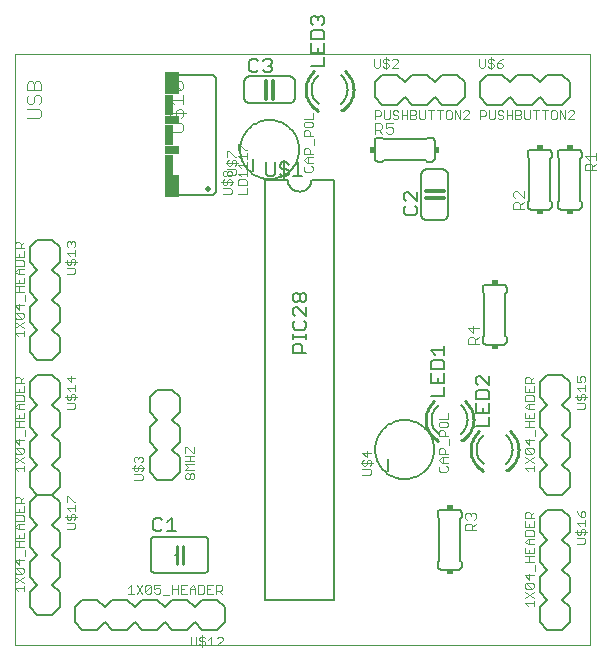
<source format=gto>
G75*
G70*
%OFA0B0*%
%FSLAX24Y24*%
%IPPOS*%
%LPD*%
%AMOC8*
5,1,8,0,0,1.08239X$1,22.5*
%
%ADD10C,0.0000*%
%ADD11C,0.0050*%
%ADD12C,0.0060*%
%ADD13C,0.0030*%
%ADD14C,0.0080*%
%ADD15C,0.0100*%
%ADD16C,0.0120*%
%ADD17C,0.0200*%
%ADD18R,0.0500X0.0750*%
%ADD19R,0.0300X0.0700*%
%ADD20R,0.0500X0.0300*%
%ADD21C,0.0040*%
%ADD22R,0.0200X0.0150*%
%ADD23R,0.0150X0.0200*%
D10*
X000312Y000252D02*
X000312Y019937D01*
X019497Y019937D01*
X019497Y000252D01*
X000312Y000252D01*
D11*
X004937Y004102D02*
X005012Y004027D01*
X005163Y004027D01*
X005238Y004102D01*
X005398Y004027D02*
X005698Y004027D01*
X005548Y004027D02*
X005548Y004477D01*
X005398Y004327D01*
X005238Y004402D02*
X005163Y004477D01*
X005012Y004477D01*
X004937Y004402D01*
X004937Y004102D01*
X009587Y009979D02*
X009587Y010204D01*
X009662Y010279D01*
X009812Y010279D01*
X009887Y010204D01*
X009887Y009979D01*
X010037Y009979D02*
X009587Y009979D01*
X009587Y010439D02*
X009587Y010589D01*
X009587Y010514D02*
X010037Y010514D01*
X010037Y010439D02*
X010037Y010589D01*
X009962Y010746D02*
X010037Y010821D01*
X010037Y010971D01*
X009962Y011046D01*
X010037Y011206D02*
X009737Y011506D01*
X009662Y011506D01*
X009587Y011431D01*
X009587Y011281D01*
X009662Y011206D01*
X009662Y011046D02*
X009587Y010971D01*
X009587Y010821D01*
X009662Y010746D01*
X009962Y010746D01*
X010037Y011206D02*
X010037Y011506D01*
X009962Y011666D02*
X009887Y011666D01*
X009812Y011741D01*
X009812Y011892D01*
X009887Y011967D01*
X009962Y011967D01*
X010037Y011892D01*
X010037Y011741D01*
X009962Y011666D01*
X009812Y011741D02*
X009737Y011666D01*
X009662Y011666D01*
X009587Y011741D01*
X009587Y011892D01*
X009662Y011967D01*
X009737Y011967D01*
X009812Y011892D01*
X013287Y014652D02*
X013362Y014577D01*
X013662Y014577D01*
X013737Y014652D01*
X013737Y014802D01*
X013662Y014877D01*
X013737Y015037D02*
X013437Y015338D01*
X013362Y015338D01*
X013287Y015262D01*
X013287Y015112D01*
X013362Y015037D01*
X013362Y014877D02*
X013287Y014802D01*
X013287Y014652D01*
X013737Y015037D02*
X013737Y015338D01*
X009908Y015877D02*
X009608Y015877D01*
X009758Y015877D02*
X009758Y016327D01*
X009608Y016177D01*
X009448Y016252D02*
X009373Y016327D01*
X009223Y016327D01*
X009148Y016252D01*
X009148Y016177D01*
X009223Y016102D01*
X009373Y016102D01*
X009448Y016027D01*
X009448Y015952D01*
X009373Y015877D01*
X009223Y015877D01*
X009148Y015952D01*
X008988Y015952D02*
X008913Y015877D01*
X008762Y015877D01*
X008687Y015952D01*
X008687Y016327D01*
X008988Y016327D02*
X008988Y015952D01*
X009298Y015802D02*
X009298Y016402D01*
X008823Y019327D02*
X008673Y019327D01*
X008598Y019402D01*
X008438Y019402D02*
X008363Y019327D01*
X008212Y019327D01*
X008137Y019402D01*
X008137Y019702D01*
X008212Y019777D01*
X008363Y019777D01*
X008438Y019702D01*
X008598Y019702D02*
X008673Y019777D01*
X008823Y019777D01*
X008898Y019702D01*
X008898Y019627D01*
X008823Y019552D01*
X008898Y019477D01*
X008898Y019402D01*
X008823Y019327D01*
X008823Y019552D02*
X008748Y019552D01*
X010187Y019527D02*
X010637Y019527D01*
X010637Y019827D01*
X010637Y019987D02*
X010637Y020288D01*
X010637Y020448D02*
X010637Y020673D01*
X010562Y020748D01*
X010262Y020748D01*
X010187Y020673D01*
X010187Y020448D01*
X010637Y020448D01*
X010412Y020137D02*
X010412Y019987D01*
X010187Y019987D02*
X010637Y019987D01*
X010187Y019987D02*
X010187Y020288D01*
X010262Y020908D02*
X010187Y020983D01*
X010187Y021133D01*
X010262Y021208D01*
X010337Y021208D01*
X010412Y021133D01*
X010487Y021208D01*
X010562Y021208D01*
X010637Y021133D01*
X010637Y020983D01*
X010562Y020908D01*
X010412Y021058D02*
X010412Y021133D01*
X014637Y010208D02*
X014637Y009908D01*
X014637Y010058D02*
X014187Y010058D01*
X014337Y009908D01*
X014262Y009748D02*
X014187Y009673D01*
X014187Y009448D01*
X014637Y009448D01*
X014637Y009673D01*
X014562Y009748D01*
X014262Y009748D01*
X014187Y009288D02*
X014187Y008987D01*
X014637Y008987D01*
X014637Y009288D01*
X014412Y009137D02*
X014412Y008987D01*
X014637Y008827D02*
X014637Y008527D01*
X014187Y008527D01*
X015687Y008448D02*
X015687Y008673D01*
X015762Y008748D01*
X016062Y008748D01*
X016137Y008673D01*
X016137Y008448D01*
X015687Y008448D01*
X015687Y008288D02*
X015687Y007987D01*
X016137Y007987D01*
X016137Y008288D01*
X015912Y008137D02*
X015912Y007987D01*
X016137Y007827D02*
X016137Y007527D01*
X015687Y007527D01*
X015762Y008908D02*
X015687Y008983D01*
X015687Y009133D01*
X015762Y009208D01*
X015837Y009208D01*
X016137Y008908D01*
X016137Y009208D01*
D12*
X016012Y010252D02*
X016612Y010252D01*
X016629Y010254D01*
X016646Y010258D01*
X016662Y010265D01*
X016676Y010275D01*
X016689Y010288D01*
X016699Y010302D01*
X016706Y010318D01*
X016710Y010335D01*
X016712Y010352D01*
X016712Y010502D01*
X016662Y010552D01*
X016662Y011952D01*
X016712Y012002D01*
X016712Y012152D01*
X016710Y012169D01*
X016706Y012186D01*
X016699Y012202D01*
X016689Y012216D01*
X016676Y012229D01*
X016662Y012239D01*
X016646Y012246D01*
X016629Y012250D01*
X016612Y012252D01*
X016012Y012252D01*
X015995Y012250D01*
X015978Y012246D01*
X015962Y012239D01*
X015948Y012229D01*
X015935Y012216D01*
X015925Y012202D01*
X015918Y012186D01*
X015914Y012169D01*
X015912Y012152D01*
X015912Y012002D01*
X015962Y011952D01*
X015962Y010552D01*
X015912Y010502D01*
X015912Y010352D01*
X015914Y010335D01*
X015918Y010318D01*
X015925Y010302D01*
X015935Y010288D01*
X015948Y010275D01*
X015962Y010265D01*
X015978Y010258D01*
X015995Y010254D01*
X016012Y010252D01*
X015412Y007752D02*
X015410Y007707D01*
X015405Y007661D01*
X015397Y007617D01*
X015385Y007573D01*
X015369Y007530D01*
X015351Y007488D01*
X015329Y007448D01*
X015305Y007410D01*
X015278Y007374D01*
X015248Y007339D01*
X015215Y007308D01*
X015180Y007278D01*
X015412Y007752D02*
X015410Y007797D01*
X015405Y007843D01*
X015397Y007887D01*
X015385Y007931D01*
X015369Y007974D01*
X015351Y008016D01*
X015329Y008056D01*
X015305Y008094D01*
X015278Y008130D01*
X015248Y008165D01*
X015215Y008196D01*
X015180Y008226D01*
X014212Y007752D02*
X014214Y007706D01*
X014219Y007660D01*
X014228Y007614D01*
X014240Y007569D01*
X014256Y007526D01*
X014275Y007484D01*
X014298Y007443D01*
X014323Y007404D01*
X014351Y007368D01*
X014382Y007333D01*
X014416Y007301D01*
X014452Y007272D01*
X014212Y007752D02*
X014214Y007799D01*
X014220Y007847D01*
X014229Y007893D01*
X014242Y007939D01*
X014258Y007983D01*
X014278Y008027D01*
X014302Y008068D01*
X014328Y008107D01*
X014358Y008144D01*
X014391Y008179D01*
X014426Y008211D01*
X014463Y008240D01*
X016912Y006752D02*
X016910Y006707D01*
X016905Y006661D01*
X016897Y006617D01*
X016885Y006573D01*
X016869Y006530D01*
X016851Y006488D01*
X016829Y006448D01*
X016805Y006410D01*
X016778Y006374D01*
X016748Y006339D01*
X016715Y006308D01*
X016680Y006278D01*
X016912Y006752D02*
X016910Y006797D01*
X016905Y006843D01*
X016897Y006887D01*
X016885Y006931D01*
X016869Y006974D01*
X016851Y007016D01*
X016829Y007056D01*
X016805Y007094D01*
X016778Y007130D01*
X016748Y007165D01*
X016715Y007196D01*
X016680Y007226D01*
X015712Y006752D02*
X015714Y006706D01*
X015719Y006660D01*
X015728Y006614D01*
X015740Y006569D01*
X015756Y006526D01*
X015775Y006484D01*
X015798Y006443D01*
X015823Y006404D01*
X015851Y006368D01*
X015882Y006333D01*
X015916Y006301D01*
X015952Y006272D01*
X015712Y006752D02*
X015714Y006799D01*
X015720Y006847D01*
X015729Y006893D01*
X015742Y006939D01*
X015758Y006983D01*
X015778Y007027D01*
X015802Y007068D01*
X015828Y007107D01*
X015858Y007144D01*
X015891Y007179D01*
X015926Y007211D01*
X015963Y007240D01*
X015112Y004752D02*
X014512Y004752D01*
X014495Y004750D01*
X014478Y004746D01*
X014462Y004739D01*
X014448Y004729D01*
X014435Y004716D01*
X014425Y004702D01*
X014418Y004686D01*
X014414Y004669D01*
X014412Y004652D01*
X014412Y004502D01*
X014462Y004452D01*
X014462Y003052D01*
X014412Y003002D01*
X014412Y002852D01*
X014414Y002835D01*
X014418Y002818D01*
X014425Y002802D01*
X014435Y002788D01*
X014448Y002775D01*
X014462Y002765D01*
X014478Y002758D01*
X014495Y002754D01*
X014512Y002752D01*
X015112Y002752D01*
X015129Y002754D01*
X015146Y002758D01*
X015162Y002765D01*
X015176Y002775D01*
X015189Y002788D01*
X015199Y002802D01*
X015206Y002818D01*
X015210Y002835D01*
X015212Y002852D01*
X015212Y003002D01*
X015162Y003052D01*
X015162Y004452D01*
X015212Y004502D01*
X015212Y004652D01*
X015210Y004669D01*
X015206Y004686D01*
X015199Y004702D01*
X015189Y004716D01*
X015176Y004729D01*
X015162Y004739D01*
X015146Y004746D01*
X015129Y004750D01*
X015112Y004752D01*
X010962Y001752D02*
X008662Y001752D01*
X008662Y015752D01*
X009412Y015752D01*
X009414Y015713D01*
X009420Y015674D01*
X009429Y015636D01*
X009442Y015599D01*
X009459Y015563D01*
X009479Y015530D01*
X009503Y015498D01*
X009529Y015469D01*
X009558Y015443D01*
X009590Y015419D01*
X009623Y015399D01*
X009659Y015382D01*
X009696Y015369D01*
X009734Y015360D01*
X009773Y015354D01*
X009812Y015352D01*
X009851Y015354D01*
X009890Y015360D01*
X009928Y015369D01*
X009965Y015382D01*
X010001Y015399D01*
X010034Y015419D01*
X010066Y015443D01*
X010095Y015469D01*
X010121Y015498D01*
X010145Y015530D01*
X010165Y015563D01*
X010182Y015599D01*
X010195Y015636D01*
X010204Y015674D01*
X010210Y015713D01*
X010212Y015752D01*
X010962Y015752D01*
X010962Y001752D01*
X006762Y002752D02*
X006762Y003752D01*
X006760Y003769D01*
X006756Y003786D01*
X006749Y003802D01*
X006739Y003816D01*
X006726Y003829D01*
X006712Y003839D01*
X006696Y003846D01*
X006679Y003850D01*
X006662Y003852D01*
X004962Y003852D01*
X004945Y003850D01*
X004928Y003846D01*
X004912Y003839D01*
X004898Y003829D01*
X004885Y003816D01*
X004875Y003802D01*
X004868Y003786D01*
X004864Y003769D01*
X004862Y003752D01*
X004862Y002752D01*
X004864Y002735D01*
X004868Y002718D01*
X004875Y002702D01*
X004885Y002688D01*
X004898Y002675D01*
X004912Y002665D01*
X004928Y002658D01*
X004945Y002654D01*
X004962Y002652D01*
X006662Y002652D01*
X006679Y002654D01*
X006696Y002658D01*
X006712Y002665D01*
X006726Y002675D01*
X006739Y002688D01*
X006749Y002702D01*
X006756Y002718D01*
X006760Y002735D01*
X006762Y002752D01*
X005962Y003252D02*
X005912Y003252D01*
X005712Y003252D02*
X005662Y003252D01*
X014062Y014402D02*
X014562Y014402D01*
X014588Y014404D01*
X014614Y014409D01*
X014639Y014417D01*
X014662Y014429D01*
X014684Y014443D01*
X014703Y014461D01*
X014721Y014480D01*
X014735Y014502D01*
X014747Y014525D01*
X014755Y014550D01*
X014760Y014576D01*
X014762Y014602D01*
X014762Y015902D01*
X014760Y015928D01*
X014755Y015954D01*
X014747Y015979D01*
X014735Y016002D01*
X014721Y016024D01*
X014703Y016043D01*
X014684Y016061D01*
X014662Y016075D01*
X014639Y016087D01*
X014614Y016095D01*
X014588Y016100D01*
X014562Y016102D01*
X014062Y016102D01*
X014036Y016100D01*
X014010Y016095D01*
X013985Y016087D01*
X013962Y016075D01*
X013940Y016061D01*
X013921Y016043D01*
X013903Y016024D01*
X013889Y016002D01*
X013877Y015979D01*
X013869Y015954D01*
X013864Y015928D01*
X013862Y015902D01*
X013862Y014602D01*
X013864Y014576D01*
X013869Y014550D01*
X013877Y014525D01*
X013889Y014502D01*
X013903Y014480D01*
X013921Y014461D01*
X013940Y014443D01*
X013962Y014429D01*
X013985Y014417D01*
X014010Y014409D01*
X014036Y014404D01*
X014062Y014402D01*
X014062Y016352D02*
X014212Y016352D01*
X014229Y016354D01*
X014246Y016358D01*
X014262Y016365D01*
X014276Y016375D01*
X014289Y016388D01*
X014299Y016402D01*
X014306Y016418D01*
X014310Y016435D01*
X014312Y016452D01*
X014312Y017052D01*
X014310Y017069D01*
X014306Y017086D01*
X014299Y017102D01*
X014289Y017116D01*
X014276Y017129D01*
X014262Y017139D01*
X014246Y017146D01*
X014229Y017150D01*
X014212Y017152D01*
X014062Y017152D01*
X014012Y017102D01*
X012612Y017102D01*
X012562Y017152D01*
X012412Y017152D01*
X012395Y017150D01*
X012378Y017146D01*
X012362Y017139D01*
X012348Y017129D01*
X012335Y017116D01*
X012325Y017102D01*
X012318Y017086D01*
X012314Y017069D01*
X012312Y017052D01*
X012312Y016452D01*
X012314Y016435D01*
X012318Y016418D01*
X012325Y016402D01*
X012335Y016388D01*
X012348Y016375D01*
X012362Y016365D01*
X012378Y016358D01*
X012395Y016354D01*
X012412Y016352D01*
X012562Y016352D01*
X012612Y016402D01*
X014012Y016402D01*
X014062Y016352D01*
X011180Y018278D02*
X011215Y018308D01*
X011248Y018339D01*
X011278Y018374D01*
X011305Y018410D01*
X011329Y018448D01*
X011351Y018488D01*
X011369Y018530D01*
X011385Y018573D01*
X011397Y018617D01*
X011405Y018661D01*
X011410Y018707D01*
X011412Y018752D01*
X011410Y018797D01*
X011405Y018843D01*
X011397Y018887D01*
X011385Y018931D01*
X011369Y018974D01*
X011351Y019016D01*
X011329Y019056D01*
X011305Y019094D01*
X011278Y019130D01*
X011248Y019165D01*
X011215Y019196D01*
X011180Y019226D01*
X010212Y018752D02*
X010214Y018706D01*
X010219Y018660D01*
X010228Y018614D01*
X010240Y018569D01*
X010256Y018526D01*
X010275Y018484D01*
X010298Y018443D01*
X010323Y018404D01*
X010351Y018368D01*
X010382Y018333D01*
X010416Y018301D01*
X010452Y018272D01*
X010212Y018752D02*
X010214Y018799D01*
X010220Y018847D01*
X010229Y018893D01*
X010242Y018939D01*
X010258Y018983D01*
X010278Y019027D01*
X010302Y019068D01*
X010328Y019107D01*
X010358Y019144D01*
X010391Y019179D01*
X010426Y019211D01*
X010463Y019240D01*
X009662Y019002D02*
X009662Y018502D01*
X009660Y018476D01*
X009655Y018450D01*
X009647Y018425D01*
X009635Y018402D01*
X009621Y018380D01*
X009603Y018361D01*
X009584Y018343D01*
X009562Y018329D01*
X009539Y018317D01*
X009514Y018309D01*
X009488Y018304D01*
X009462Y018302D01*
X008162Y018302D01*
X008136Y018304D01*
X008110Y018309D01*
X008085Y018317D01*
X008062Y018329D01*
X008040Y018343D01*
X008021Y018361D01*
X008003Y018380D01*
X007989Y018402D01*
X007977Y018425D01*
X007969Y018450D01*
X007964Y018476D01*
X007962Y018502D01*
X007962Y019002D01*
X007964Y019028D01*
X007969Y019054D01*
X007977Y019079D01*
X007989Y019102D01*
X008003Y019124D01*
X008021Y019143D01*
X008040Y019161D01*
X008062Y019175D01*
X008085Y019187D01*
X008110Y019195D01*
X008136Y019200D01*
X008162Y019202D01*
X009462Y019202D01*
X009488Y019200D01*
X009514Y019195D01*
X009539Y019187D01*
X009562Y019175D01*
X009584Y019161D01*
X009603Y019143D01*
X009621Y019124D01*
X009635Y019102D01*
X009647Y019079D01*
X009655Y019054D01*
X009660Y019028D01*
X009662Y019002D01*
X007012Y019152D02*
X007012Y015352D01*
X006912Y015252D01*
X005762Y015252D01*
X007012Y019152D02*
X006912Y019252D01*
X005762Y019252D01*
X017412Y016652D02*
X017412Y016502D01*
X017462Y016452D01*
X017462Y015052D01*
X017412Y015002D01*
X017412Y014852D01*
X017414Y014835D01*
X017418Y014818D01*
X017425Y014802D01*
X017435Y014788D01*
X017448Y014775D01*
X017462Y014765D01*
X017478Y014758D01*
X017495Y014754D01*
X017512Y014752D01*
X018112Y014752D01*
X018129Y014754D01*
X018146Y014758D01*
X018162Y014765D01*
X018176Y014775D01*
X018189Y014788D01*
X018199Y014802D01*
X018206Y014818D01*
X018210Y014835D01*
X018212Y014852D01*
X018212Y015002D01*
X018162Y015052D01*
X018162Y016452D01*
X018212Y016502D01*
X018212Y016652D01*
X018210Y016669D01*
X018206Y016686D01*
X018199Y016702D01*
X018189Y016716D01*
X018176Y016729D01*
X018162Y016739D01*
X018146Y016746D01*
X018129Y016750D01*
X018112Y016752D01*
X017512Y016752D01*
X017495Y016750D01*
X017478Y016746D01*
X017462Y016739D01*
X017448Y016729D01*
X017435Y016716D01*
X017425Y016702D01*
X017418Y016686D01*
X017414Y016669D01*
X017412Y016652D01*
X018412Y016652D02*
X018412Y016502D01*
X018462Y016452D01*
X018462Y015052D01*
X018412Y015002D01*
X018412Y014852D01*
X018414Y014835D01*
X018418Y014818D01*
X018425Y014802D01*
X018435Y014788D01*
X018448Y014775D01*
X018462Y014765D01*
X018478Y014758D01*
X018495Y014754D01*
X018512Y014752D01*
X019112Y014752D01*
X019129Y014754D01*
X019146Y014758D01*
X019162Y014765D01*
X019176Y014775D01*
X019189Y014788D01*
X019199Y014802D01*
X019206Y014818D01*
X019210Y014835D01*
X019212Y014852D01*
X019212Y015002D01*
X019162Y015052D01*
X019162Y016452D01*
X019212Y016502D01*
X019212Y016652D01*
X019210Y016669D01*
X019206Y016686D01*
X019199Y016702D01*
X019189Y016716D01*
X019176Y016729D01*
X019162Y016739D01*
X019146Y016746D01*
X019129Y016750D01*
X019112Y016752D01*
X018512Y016752D01*
X018495Y016750D01*
X018478Y016746D01*
X018462Y016739D01*
X018448Y016729D01*
X018435Y016716D01*
X018425Y016702D01*
X018418Y016686D01*
X018414Y016669D01*
X018412Y016652D01*
D13*
X018479Y017767D02*
X018479Y018057D01*
X018673Y017767D01*
X018673Y018057D01*
X018774Y018009D02*
X018822Y018057D01*
X018919Y018057D01*
X018967Y018009D01*
X018967Y017960D01*
X018774Y017767D01*
X018967Y017767D01*
X018378Y017815D02*
X018378Y018009D01*
X018330Y018057D01*
X018233Y018057D01*
X018185Y018009D01*
X018185Y017815D01*
X018233Y017767D01*
X018330Y017767D01*
X018378Y017815D01*
X018083Y018057D02*
X017890Y018057D01*
X017987Y018057D02*
X017987Y017767D01*
X017692Y017767D02*
X017692Y018057D01*
X017595Y018057D02*
X017789Y018057D01*
X017494Y018057D02*
X017494Y017815D01*
X017446Y017767D01*
X017349Y017767D01*
X017301Y017815D01*
X017301Y018057D01*
X017199Y018009D02*
X017199Y017960D01*
X017151Y017912D01*
X017006Y017912D01*
X016905Y017912D02*
X016711Y017912D01*
X016610Y017864D02*
X016610Y017815D01*
X016562Y017767D01*
X016465Y017767D01*
X016417Y017815D01*
X016316Y017815D02*
X016316Y018057D01*
X016417Y018009D02*
X016417Y017960D01*
X016465Y017912D01*
X016562Y017912D01*
X016610Y017864D01*
X016711Y017767D02*
X016711Y018057D01*
X016610Y018009D02*
X016562Y018057D01*
X016465Y018057D01*
X016417Y018009D01*
X016316Y017815D02*
X016267Y017767D01*
X016170Y017767D01*
X016122Y017815D01*
X016122Y018057D01*
X016021Y018009D02*
X016021Y017912D01*
X015973Y017864D01*
X015827Y017864D01*
X015827Y017767D02*
X015827Y018057D01*
X015973Y018057D01*
X016021Y018009D01*
X015467Y018009D02*
X015419Y018057D01*
X015322Y018057D01*
X015274Y018009D01*
X015173Y018057D02*
X015173Y017767D01*
X014979Y018057D01*
X014979Y017767D01*
X014878Y017815D02*
X014878Y018009D01*
X014830Y018057D01*
X014733Y018057D01*
X014685Y018009D01*
X014685Y017815D01*
X014733Y017767D01*
X014830Y017767D01*
X014878Y017815D01*
X014583Y018057D02*
X014390Y018057D01*
X014487Y018057D02*
X014487Y017767D01*
X014289Y018057D02*
X014095Y018057D01*
X014192Y018057D02*
X014192Y017767D01*
X013994Y017815D02*
X013994Y018057D01*
X013801Y018057D02*
X013801Y017815D01*
X013849Y017767D01*
X013946Y017767D01*
X013994Y017815D01*
X013699Y017815D02*
X013651Y017767D01*
X013506Y017767D01*
X013506Y018057D01*
X013651Y018057D01*
X013699Y018009D01*
X013699Y017960D01*
X013651Y017912D01*
X013506Y017912D01*
X013405Y017912D02*
X013211Y017912D01*
X013110Y017864D02*
X013110Y017815D01*
X013062Y017767D01*
X012965Y017767D01*
X012917Y017815D01*
X012816Y017815D02*
X012816Y018057D01*
X012917Y018009D02*
X012917Y017960D01*
X012965Y017912D01*
X013062Y017912D01*
X013110Y017864D01*
X013211Y017767D02*
X013211Y018057D01*
X013110Y018009D02*
X013062Y018057D01*
X012965Y018057D01*
X012917Y018009D01*
X012816Y017815D02*
X012767Y017767D01*
X012670Y017767D01*
X012622Y017815D01*
X012622Y018057D01*
X012521Y018009D02*
X012521Y017912D01*
X012473Y017864D01*
X012327Y017864D01*
X012327Y017767D02*
X012327Y018057D01*
X012473Y018057D01*
X012521Y018009D01*
X013405Y018057D02*
X013405Y017767D01*
X013651Y017912D02*
X013699Y017864D01*
X013699Y017815D01*
X015274Y017767D02*
X015467Y017960D01*
X015467Y018009D01*
X015467Y017767D02*
X015274Y017767D01*
X016905Y017767D02*
X016905Y018057D01*
X017006Y018057D02*
X017006Y017767D01*
X017151Y017767D01*
X017199Y017815D01*
X017199Y017864D01*
X017151Y017912D01*
X017199Y018009D02*
X017151Y018057D01*
X017006Y018057D01*
X016532Y019487D02*
X016580Y019535D01*
X016580Y019584D01*
X016532Y019632D01*
X016387Y019632D01*
X016387Y019535D01*
X016435Y019487D01*
X016532Y019487D01*
X016387Y019632D02*
X016483Y019729D01*
X016580Y019777D01*
X016286Y019729D02*
X016237Y019777D01*
X016140Y019777D01*
X016092Y019729D01*
X016092Y019680D01*
X016140Y019632D01*
X016237Y019632D01*
X016286Y019584D01*
X016286Y019535D01*
X016237Y019487D01*
X016140Y019487D01*
X016092Y019535D01*
X015991Y019535D02*
X015991Y019777D01*
X015797Y019777D02*
X015797Y019535D01*
X015846Y019487D01*
X015943Y019487D01*
X015991Y019535D01*
X016189Y019439D02*
X016189Y019826D01*
X013080Y019729D02*
X013032Y019777D01*
X012935Y019777D01*
X012887Y019729D01*
X012786Y019729D02*
X012737Y019777D01*
X012640Y019777D01*
X012592Y019729D01*
X012592Y019680D01*
X012640Y019632D01*
X012737Y019632D01*
X012786Y019584D01*
X012786Y019535D01*
X012737Y019487D01*
X012640Y019487D01*
X012592Y019535D01*
X012491Y019535D02*
X012491Y019777D01*
X012297Y019777D02*
X012297Y019535D01*
X012346Y019487D01*
X012443Y019487D01*
X012491Y019535D01*
X012689Y019439D02*
X012689Y019826D01*
X012887Y019487D02*
X013080Y019680D01*
X013080Y019729D01*
X013080Y019487D02*
X012887Y019487D01*
X010247Y017978D02*
X010247Y017785D01*
X009957Y017785D01*
X010006Y017684D02*
X009957Y017635D01*
X009957Y017539D01*
X010006Y017490D01*
X010199Y017490D01*
X010247Y017539D01*
X010247Y017635D01*
X010199Y017684D01*
X010006Y017684D01*
X010006Y017389D02*
X009957Y017341D01*
X009957Y017196D01*
X010247Y017196D01*
X010151Y017196D02*
X010151Y017341D01*
X010102Y017389D01*
X010006Y017389D01*
X010296Y017094D02*
X010296Y016901D01*
X010151Y016751D02*
X010151Y016606D01*
X010247Y016606D02*
X009957Y016606D01*
X009957Y016751D01*
X010006Y016800D01*
X010102Y016800D01*
X010151Y016751D01*
X010102Y016505D02*
X010102Y016312D01*
X010054Y016312D02*
X009957Y016408D01*
X010054Y016505D01*
X010247Y016505D01*
X010247Y016312D02*
X010054Y016312D01*
X010006Y016210D02*
X009957Y016162D01*
X009957Y016065D01*
X010006Y016017D01*
X010199Y016017D01*
X010247Y016065D01*
X010247Y016162D01*
X010199Y016210D01*
X008047Y016248D02*
X007757Y016248D01*
X007854Y016151D01*
X007697Y016062D02*
X007649Y016110D01*
X007407Y016110D01*
X007451Y016050D02*
X007499Y016050D01*
X007547Y016001D01*
X007547Y015905D01*
X007499Y015856D01*
X007451Y015856D01*
X007402Y015905D01*
X007402Y016001D01*
X007451Y016050D01*
X007402Y016001D02*
X007354Y016050D01*
X007306Y016050D01*
X007257Y016001D01*
X007257Y015905D01*
X007306Y015856D01*
X007354Y015856D01*
X007402Y015905D01*
X007407Y015917D02*
X007649Y015917D01*
X007697Y015965D01*
X007697Y016062D01*
X007757Y015953D02*
X008047Y015953D01*
X008047Y015856D02*
X008047Y016050D01*
X008047Y016151D02*
X008047Y016344D01*
X008047Y016446D02*
X008047Y016639D01*
X008047Y016542D02*
X007757Y016542D01*
X007854Y016446D01*
X007697Y016506D02*
X007649Y016506D01*
X007456Y016700D01*
X007407Y016700D01*
X007407Y016506D01*
X007456Y016405D02*
X007407Y016357D01*
X007407Y016260D01*
X007456Y016212D01*
X007504Y016212D01*
X007552Y016260D01*
X007552Y016357D01*
X007601Y016405D01*
X007649Y016405D01*
X007697Y016357D01*
X007697Y016260D01*
X007649Y016212D01*
X007746Y016308D02*
X007359Y016308D01*
X007757Y015953D02*
X007854Y015856D01*
X007806Y015755D02*
X007757Y015707D01*
X007757Y015562D01*
X008047Y015562D01*
X008047Y015707D01*
X007999Y015755D01*
X007806Y015755D01*
X007596Y015658D02*
X007209Y015658D01*
X007257Y015610D02*
X007257Y015707D01*
X007306Y015755D01*
X007402Y015707D02*
X007402Y015610D01*
X007354Y015562D01*
X007306Y015562D01*
X007257Y015610D01*
X007257Y015460D02*
X007499Y015460D01*
X007547Y015412D01*
X007547Y015315D01*
X007499Y015267D01*
X007257Y015267D01*
X007499Y015562D02*
X007547Y015610D01*
X007547Y015707D01*
X007499Y015755D01*
X007451Y015755D01*
X007402Y015707D01*
X007757Y015267D02*
X008047Y015267D01*
X008047Y015460D01*
X007999Y016740D02*
X008047Y016740D01*
X007999Y016740D02*
X007806Y016934D01*
X007757Y016934D01*
X007757Y016740D01*
X002337Y013647D02*
X002337Y013551D01*
X002289Y013502D01*
X002337Y013401D02*
X002337Y013208D01*
X002337Y013304D02*
X002047Y013304D01*
X002144Y013208D01*
X002096Y013106D02*
X002047Y013058D01*
X002047Y012961D01*
X002096Y012913D01*
X002144Y012913D01*
X002192Y012961D01*
X002192Y013058D01*
X002241Y013106D01*
X002289Y013106D01*
X002337Y013058D01*
X002337Y012961D01*
X002289Y012913D01*
X002289Y012812D02*
X002047Y012812D01*
X002047Y012618D02*
X002289Y012618D01*
X002337Y012667D01*
X002337Y012764D01*
X002289Y012812D01*
X002386Y013010D02*
X001999Y013010D01*
X002096Y013502D02*
X002047Y013551D01*
X002047Y013647D01*
X002096Y013696D01*
X002144Y013696D01*
X002192Y013647D01*
X002241Y013696D01*
X002289Y013696D01*
X002337Y013647D01*
X002192Y013647D02*
X002192Y013599D01*
X000617Y013666D02*
X000521Y013569D01*
X000521Y013617D02*
X000521Y013472D01*
X000617Y013472D02*
X000327Y013472D01*
X000327Y013617D01*
X000376Y013666D01*
X000472Y013666D01*
X000521Y013617D01*
X000617Y013371D02*
X000617Y013178D01*
X000327Y013178D01*
X000327Y013371D01*
X000472Y013274D02*
X000472Y013178D01*
X000376Y013076D02*
X000327Y013028D01*
X000327Y012883D01*
X000617Y012883D01*
X000617Y013028D01*
X000569Y013076D01*
X000376Y013076D01*
X000424Y012782D02*
X000617Y012782D01*
X000472Y012782D02*
X000472Y012588D01*
X000424Y012588D02*
X000327Y012685D01*
X000424Y012782D01*
X000424Y012588D02*
X000617Y012588D01*
X000617Y012487D02*
X000617Y012294D01*
X000327Y012294D01*
X000327Y012487D01*
X000472Y012390D02*
X000472Y012294D01*
X000472Y012193D02*
X000472Y011999D01*
X000617Y011999D02*
X000327Y011999D01*
X000327Y012193D02*
X000617Y012193D01*
X000666Y011898D02*
X000666Y011704D01*
X000617Y011555D02*
X000327Y011555D01*
X000472Y011410D01*
X000472Y011603D01*
X000376Y011309D02*
X000569Y011115D01*
X000617Y011163D01*
X000617Y011260D01*
X000569Y011309D01*
X000376Y011309D01*
X000327Y011260D01*
X000327Y011163D01*
X000376Y011115D01*
X000569Y011115D01*
X000617Y011014D02*
X000327Y010820D01*
X000327Y011014D02*
X000617Y010820D01*
X000617Y010719D02*
X000617Y010526D01*
X000617Y010623D02*
X000327Y010623D01*
X000424Y010526D01*
X000376Y009166D02*
X000472Y009166D01*
X000521Y009117D01*
X000521Y008972D01*
X000617Y008972D02*
X000327Y008972D01*
X000327Y009117D01*
X000376Y009166D01*
X000521Y009069D02*
X000617Y009166D01*
X000617Y008871D02*
X000617Y008678D01*
X000327Y008678D01*
X000327Y008871D01*
X000472Y008774D02*
X000472Y008678D01*
X000376Y008576D02*
X000327Y008528D01*
X000327Y008383D01*
X000617Y008383D01*
X000617Y008528D01*
X000569Y008576D01*
X000376Y008576D01*
X000424Y008282D02*
X000617Y008282D01*
X000472Y008282D02*
X000472Y008088D01*
X000424Y008088D02*
X000327Y008185D01*
X000424Y008282D01*
X000424Y008088D02*
X000617Y008088D01*
X000617Y007987D02*
X000617Y007794D01*
X000327Y007794D01*
X000327Y007987D01*
X000472Y007890D02*
X000472Y007794D01*
X000472Y007693D02*
X000472Y007499D01*
X000617Y007499D02*
X000327Y007499D01*
X000327Y007693D02*
X000617Y007693D01*
X000666Y007398D02*
X000666Y007204D01*
X000617Y007055D02*
X000327Y007055D01*
X000472Y006910D01*
X000472Y007103D01*
X000376Y006809D02*
X000569Y006615D01*
X000617Y006663D01*
X000617Y006760D01*
X000569Y006809D01*
X000376Y006809D01*
X000327Y006760D01*
X000327Y006663D01*
X000376Y006615D01*
X000569Y006615D01*
X000617Y006514D02*
X000327Y006320D01*
X000327Y006514D02*
X000617Y006320D01*
X000617Y006219D02*
X000617Y006026D01*
X000617Y006123D02*
X000327Y006123D01*
X000424Y006026D01*
X000376Y005166D02*
X000472Y005166D01*
X000521Y005117D01*
X000521Y004972D01*
X000617Y004972D02*
X000327Y004972D01*
X000327Y005117D01*
X000376Y005166D01*
X000521Y005069D02*
X000617Y005166D01*
X000617Y004871D02*
X000617Y004678D01*
X000327Y004678D01*
X000327Y004871D01*
X000472Y004774D02*
X000472Y004678D01*
X000569Y004576D02*
X000376Y004576D01*
X000327Y004528D01*
X000327Y004383D01*
X000617Y004383D01*
X000617Y004528D01*
X000569Y004576D01*
X000617Y004282D02*
X000424Y004282D01*
X000327Y004185D01*
X000424Y004088D01*
X000617Y004088D01*
X000617Y003987D02*
X000617Y003794D01*
X000327Y003794D01*
X000327Y003987D01*
X000472Y003890D02*
X000472Y003794D01*
X000472Y003693D02*
X000472Y003499D01*
X000617Y003499D02*
X000327Y003499D01*
X000327Y003693D02*
X000617Y003693D01*
X000472Y004088D02*
X000472Y004282D01*
X000666Y003398D02*
X000666Y003204D01*
X000617Y003055D02*
X000327Y003055D01*
X000472Y002910D01*
X000472Y003103D01*
X000376Y002809D02*
X000569Y002615D01*
X000617Y002663D01*
X000617Y002760D01*
X000569Y002809D01*
X000376Y002809D01*
X000327Y002760D01*
X000327Y002663D01*
X000376Y002615D01*
X000569Y002615D01*
X000617Y002514D02*
X000327Y002320D01*
X000327Y002514D02*
X000617Y002320D01*
X000617Y002219D02*
X000617Y002026D01*
X000617Y002123D02*
X000327Y002123D01*
X000424Y002026D01*
X002047Y004118D02*
X002289Y004118D01*
X002337Y004167D01*
X002337Y004264D01*
X002289Y004312D01*
X002047Y004312D01*
X002096Y004413D02*
X002047Y004461D01*
X002047Y004558D01*
X002096Y004606D01*
X002192Y004558D02*
X002192Y004461D01*
X002144Y004413D01*
X002096Y004413D01*
X001999Y004510D02*
X002386Y004510D01*
X002337Y004558D02*
X002337Y004461D01*
X002289Y004413D01*
X002337Y004558D02*
X002289Y004606D01*
X002241Y004606D01*
X002192Y004558D01*
X002144Y004708D02*
X002047Y004804D01*
X002337Y004804D01*
X002337Y004708D02*
X002337Y004901D01*
X002337Y005002D02*
X002289Y005002D01*
X002096Y005196D01*
X002047Y005196D01*
X002047Y005002D01*
X004287Y005737D02*
X004529Y005737D01*
X004577Y005785D01*
X004577Y005882D01*
X004529Y005930D01*
X004287Y005930D01*
X004336Y006032D02*
X004287Y006080D01*
X004287Y006177D01*
X004336Y006225D01*
X004336Y006326D02*
X004287Y006375D01*
X004287Y006471D01*
X004336Y006520D01*
X004384Y006520D01*
X004432Y006471D01*
X004481Y006520D01*
X004529Y006520D01*
X004577Y006471D01*
X004577Y006375D01*
X004529Y006326D01*
X004529Y006225D02*
X004481Y006225D01*
X004432Y006177D01*
X004432Y006080D01*
X004384Y006032D01*
X004336Y006032D01*
X004239Y006128D02*
X004626Y006128D01*
X004577Y006080D02*
X004529Y006032D01*
X004577Y006080D02*
X004577Y006177D01*
X004529Y006225D01*
X004432Y006423D02*
X004432Y006471D01*
X006007Y006550D02*
X006297Y006550D01*
X006297Y006651D02*
X006297Y006844D01*
X006297Y006651D02*
X006249Y006651D01*
X006056Y006844D01*
X006007Y006844D01*
X006007Y006651D01*
X006152Y006550D02*
X006152Y006356D01*
X006297Y006356D02*
X006007Y006356D01*
X006007Y006255D02*
X006297Y006255D01*
X006297Y006062D02*
X006007Y006062D01*
X006104Y006158D01*
X006007Y006255D01*
X006056Y005960D02*
X006104Y005960D01*
X006152Y005912D01*
X006152Y005815D01*
X006104Y005767D01*
X006056Y005767D01*
X006007Y005815D01*
X006007Y005912D01*
X006056Y005960D01*
X006152Y005912D02*
X006201Y005960D01*
X006249Y005960D01*
X006297Y005912D01*
X006297Y005815D01*
X006249Y005767D01*
X006201Y005767D01*
X006152Y005815D01*
X006246Y002237D02*
X006342Y002140D01*
X006342Y001947D01*
X006443Y001947D02*
X006443Y002237D01*
X006589Y002237D01*
X006637Y002189D01*
X006637Y001995D01*
X006589Y001947D01*
X006443Y001947D01*
X006342Y002092D02*
X006149Y002092D01*
X006149Y002140D02*
X006246Y002237D01*
X006149Y002140D02*
X006149Y001947D01*
X006048Y001947D02*
X005854Y001947D01*
X005854Y002237D01*
X006048Y002237D01*
X005951Y002092D02*
X005854Y002092D01*
X005753Y002092D02*
X005560Y002092D01*
X005560Y001947D02*
X005560Y002237D01*
X005753Y002237D02*
X005753Y001947D01*
X005458Y001899D02*
X005265Y001899D01*
X005164Y001995D02*
X005115Y001947D01*
X005019Y001947D01*
X004970Y001995D01*
X004970Y002092D02*
X005067Y002140D01*
X005115Y002140D01*
X005164Y002092D01*
X005164Y001995D01*
X004970Y002092D02*
X004970Y002237D01*
X005164Y002237D01*
X004869Y002189D02*
X004869Y001995D01*
X004821Y001947D01*
X004724Y001947D01*
X004676Y001995D01*
X004869Y002189D01*
X004821Y002237D01*
X004724Y002237D01*
X004676Y002189D01*
X004676Y001995D01*
X004574Y001947D02*
X004381Y002237D01*
X004574Y002237D02*
X004381Y001947D01*
X004280Y001947D02*
X004086Y001947D01*
X004183Y001947D02*
X004183Y002237D01*
X004086Y002140D01*
X006179Y000517D02*
X006179Y000275D01*
X006227Y000227D01*
X006324Y000227D01*
X006372Y000275D01*
X006372Y000517D01*
X006474Y000469D02*
X006474Y000420D01*
X006522Y000372D01*
X006619Y000372D01*
X006667Y000324D01*
X006667Y000275D01*
X006619Y000227D01*
X006522Y000227D01*
X006474Y000275D01*
X006570Y000179D02*
X006570Y000566D01*
X006522Y000517D02*
X006619Y000517D01*
X006667Y000469D01*
X006768Y000420D02*
X006865Y000517D01*
X006865Y000227D01*
X006768Y000227D02*
X006962Y000227D01*
X007063Y000227D02*
X007256Y000420D01*
X007256Y000469D01*
X007208Y000517D01*
X007111Y000517D01*
X007063Y000469D01*
X007063Y000227D02*
X007256Y000227D01*
X006522Y000517D02*
X006474Y000469D01*
X006738Y001947D02*
X006932Y001947D01*
X007033Y001947D02*
X007033Y002237D01*
X007178Y002237D01*
X007226Y002189D01*
X007226Y002092D01*
X007178Y002044D01*
X007033Y002044D01*
X007129Y002044D02*
X007226Y001947D01*
X006932Y002237D02*
X006738Y002237D01*
X006738Y001947D01*
X006738Y002092D02*
X006835Y002092D01*
X011907Y005917D02*
X012149Y005917D01*
X012197Y005965D01*
X012197Y006062D01*
X012149Y006110D01*
X011907Y006110D01*
X011956Y006212D02*
X011907Y006260D01*
X011907Y006357D01*
X011956Y006405D01*
X012052Y006357D02*
X012052Y006260D01*
X012004Y006212D01*
X011956Y006212D01*
X011859Y006308D02*
X012246Y006308D01*
X012197Y006260D02*
X012149Y006212D01*
X012197Y006260D02*
X012197Y006357D01*
X012149Y006405D01*
X012101Y006405D01*
X012052Y006357D01*
X012052Y006506D02*
X011907Y006651D01*
X012197Y006651D01*
X012052Y006700D02*
X012052Y006506D01*
X014457Y006408D02*
X014554Y006505D01*
X014747Y006505D01*
X014747Y006606D02*
X014457Y006606D01*
X014457Y006751D01*
X014506Y006800D01*
X014602Y006800D01*
X014651Y006751D01*
X014651Y006606D01*
X014602Y006505D02*
X014602Y006312D01*
X014554Y006312D02*
X014747Y006312D01*
X014699Y006210D02*
X014747Y006162D01*
X014747Y006065D01*
X014699Y006017D01*
X014506Y006017D01*
X014457Y006065D01*
X014457Y006162D01*
X014506Y006210D01*
X014554Y006312D02*
X014457Y006408D01*
X014796Y006901D02*
X014796Y007094D01*
X014747Y007196D02*
X014457Y007196D01*
X014457Y007341D01*
X014506Y007389D01*
X014602Y007389D01*
X014651Y007341D01*
X014651Y007196D01*
X014699Y007490D02*
X014506Y007490D01*
X014457Y007539D01*
X014457Y007635D01*
X014506Y007684D01*
X014699Y007684D01*
X014747Y007635D01*
X014747Y007539D01*
X014699Y007490D01*
X014747Y007785D02*
X014457Y007785D01*
X014747Y007785D02*
X014747Y007978D01*
X017327Y007987D02*
X017327Y007794D01*
X017617Y007794D01*
X017617Y007987D01*
X017617Y008088D02*
X017424Y008088D01*
X017327Y008185D01*
X017424Y008282D01*
X017617Y008282D01*
X017617Y008383D02*
X017617Y008528D01*
X017569Y008576D01*
X017376Y008576D01*
X017327Y008528D01*
X017327Y008383D01*
X017617Y008383D01*
X017472Y008282D02*
X017472Y008088D01*
X017472Y007890D02*
X017472Y007794D01*
X017472Y007693D02*
X017472Y007499D01*
X017617Y007499D02*
X017327Y007499D01*
X017327Y007693D02*
X017617Y007693D01*
X017666Y007398D02*
X017666Y007204D01*
X017617Y007055D02*
X017327Y007055D01*
X017472Y006910D01*
X017472Y007103D01*
X017376Y006809D02*
X017569Y006615D01*
X017617Y006663D01*
X017617Y006760D01*
X017569Y006809D01*
X017376Y006809D01*
X017327Y006760D01*
X017327Y006663D01*
X017376Y006615D01*
X017569Y006615D01*
X017617Y006514D02*
X017327Y006320D01*
X017327Y006514D02*
X017617Y006320D01*
X017617Y006219D02*
X017617Y006026D01*
X017617Y006123D02*
X017327Y006123D01*
X017424Y006026D01*
X017376Y004666D02*
X017472Y004666D01*
X017521Y004617D01*
X017521Y004472D01*
X017617Y004472D02*
X017327Y004472D01*
X017327Y004617D01*
X017376Y004666D01*
X017521Y004569D02*
X017617Y004666D01*
X017617Y004371D02*
X017617Y004178D01*
X017327Y004178D01*
X017327Y004371D01*
X017472Y004274D02*
X017472Y004178D01*
X017376Y004076D02*
X017327Y004028D01*
X017327Y003883D01*
X017617Y003883D01*
X017617Y004028D01*
X017569Y004076D01*
X017376Y004076D01*
X017424Y003782D02*
X017327Y003685D01*
X017424Y003588D01*
X017617Y003588D01*
X017617Y003487D02*
X017617Y003294D01*
X017327Y003294D01*
X017327Y003487D01*
X017472Y003390D02*
X017472Y003294D01*
X017472Y003193D02*
X017472Y002999D01*
X017617Y002999D02*
X017327Y002999D01*
X017327Y003193D02*
X017617Y003193D01*
X017666Y002898D02*
X017666Y002704D01*
X017617Y002555D02*
X017327Y002555D01*
X017472Y002410D01*
X017472Y002603D01*
X017376Y002309D02*
X017569Y002115D01*
X017617Y002163D01*
X017617Y002260D01*
X017569Y002309D01*
X017376Y002309D01*
X017327Y002260D01*
X017327Y002163D01*
X017376Y002115D01*
X017569Y002115D01*
X017617Y002014D02*
X017327Y001820D01*
X017327Y002014D02*
X017617Y001820D01*
X017617Y001719D02*
X017617Y001526D01*
X017617Y001623D02*
X017327Y001623D01*
X017424Y001526D01*
X017472Y003588D02*
X017472Y003782D01*
X017424Y003782D02*
X017617Y003782D01*
X018999Y004010D02*
X019386Y004010D01*
X019337Y004058D02*
X019289Y004106D01*
X019241Y004106D01*
X019192Y004058D01*
X019192Y003961D01*
X019144Y003913D01*
X019096Y003913D01*
X019047Y003961D01*
X019047Y004058D01*
X019096Y004106D01*
X019144Y004208D02*
X019047Y004304D01*
X019337Y004304D01*
X019337Y004208D02*
X019337Y004401D01*
X019289Y004502D02*
X019337Y004551D01*
X019337Y004647D01*
X019289Y004696D01*
X019241Y004696D01*
X019192Y004647D01*
X019192Y004502D01*
X019289Y004502D01*
X019192Y004502D02*
X019096Y004599D01*
X019047Y004696D01*
X019337Y004058D02*
X019337Y003961D01*
X019289Y003913D01*
X019289Y003812D02*
X019047Y003812D01*
X019047Y003618D02*
X019289Y003618D01*
X019337Y003667D01*
X019337Y003764D01*
X019289Y003812D01*
X019289Y008118D02*
X019047Y008118D01*
X019047Y008312D02*
X019289Y008312D01*
X019337Y008264D01*
X019337Y008167D01*
X019289Y008118D01*
X019289Y008413D02*
X019337Y008461D01*
X019337Y008558D01*
X019289Y008606D01*
X019241Y008606D01*
X019192Y008558D01*
X019192Y008461D01*
X019144Y008413D01*
X019096Y008413D01*
X019047Y008461D01*
X019047Y008558D01*
X019096Y008606D01*
X019144Y008708D02*
X019047Y008804D01*
X019337Y008804D01*
X019337Y008708D02*
X019337Y008901D01*
X019289Y009002D02*
X019337Y009051D01*
X019337Y009147D01*
X019289Y009196D01*
X019192Y009196D01*
X019144Y009147D01*
X019144Y009099D01*
X019192Y009002D01*
X019047Y009002D01*
X019047Y009196D01*
X018999Y008510D02*
X019386Y008510D01*
X017617Y008678D02*
X017617Y008871D01*
X017617Y008972D02*
X017327Y008972D01*
X017327Y009117D01*
X017376Y009166D01*
X017472Y009166D01*
X017521Y009117D01*
X017521Y008972D01*
X017521Y009069D02*
X017617Y009166D01*
X017327Y008871D02*
X017327Y008678D01*
X017617Y008678D01*
X017472Y008678D02*
X017472Y008774D01*
X002386Y008510D02*
X001999Y008510D01*
X002047Y008558D02*
X002096Y008606D01*
X002047Y008558D02*
X002047Y008461D01*
X002096Y008413D01*
X002144Y008413D01*
X002192Y008461D01*
X002192Y008558D01*
X002241Y008606D01*
X002289Y008606D01*
X002337Y008558D01*
X002337Y008461D01*
X002289Y008413D01*
X002289Y008312D02*
X002047Y008312D01*
X002047Y008118D02*
X002289Y008118D01*
X002337Y008167D01*
X002337Y008264D01*
X002289Y008312D01*
X002337Y008708D02*
X002337Y008901D01*
X002337Y008804D02*
X002047Y008804D01*
X002144Y008708D01*
X002192Y009002D02*
X002192Y009196D01*
X002047Y009147D02*
X002192Y009002D01*
X002337Y009147D02*
X002047Y009147D01*
D14*
X001812Y009002D02*
X001562Y009252D01*
X001062Y009252D01*
X000812Y009002D01*
X000812Y008502D01*
X001062Y008252D01*
X000812Y008002D01*
X000812Y007502D01*
X001062Y007252D01*
X000812Y007002D01*
X000812Y006502D01*
X001062Y006252D01*
X000812Y006002D01*
X000812Y005502D01*
X001062Y005252D01*
X000812Y005002D01*
X000812Y004502D01*
X001062Y004252D01*
X000812Y004002D01*
X000812Y003502D01*
X001062Y003252D01*
X000812Y003002D01*
X000812Y002502D01*
X001062Y002252D01*
X000812Y002002D01*
X000812Y001502D01*
X001062Y001252D01*
X001562Y001252D01*
X001812Y001502D01*
X001812Y002002D01*
X001562Y002252D01*
X001812Y002502D01*
X001812Y003002D01*
X001562Y003252D01*
X001812Y003502D01*
X001812Y004002D01*
X001562Y004252D01*
X001812Y004502D01*
X001812Y005002D01*
X001562Y005252D01*
X001062Y005252D01*
X001562Y005252D01*
X001812Y005502D01*
X001812Y006002D01*
X001562Y006252D01*
X001812Y006502D01*
X001812Y007002D01*
X001562Y007252D01*
X001812Y007502D01*
X001812Y008002D01*
X001562Y008252D01*
X001812Y008502D01*
X001812Y009002D01*
X001562Y009752D02*
X001062Y009752D01*
X000812Y010002D01*
X000812Y010502D01*
X001062Y010752D01*
X000812Y011002D01*
X000812Y011502D01*
X001062Y011752D01*
X000812Y012002D01*
X000812Y012502D01*
X001062Y012752D01*
X000812Y013002D01*
X000812Y013502D01*
X001062Y013752D01*
X001562Y013752D01*
X001812Y013502D01*
X001812Y013002D01*
X001562Y012752D01*
X001812Y012502D01*
X001812Y012002D01*
X001562Y011752D01*
X001812Y011502D01*
X001812Y011002D01*
X001562Y010752D01*
X001812Y010502D01*
X001812Y010002D01*
X001562Y009752D01*
X004812Y008502D02*
X004812Y008002D01*
X005062Y007752D01*
X004812Y007502D01*
X004812Y007002D01*
X005062Y006752D01*
X004812Y006502D01*
X004812Y006002D01*
X005062Y005752D01*
X005562Y005752D01*
X005812Y006002D01*
X005812Y006502D01*
X005562Y006752D01*
X005812Y007002D01*
X005812Y007502D01*
X005562Y007752D01*
X005812Y008002D01*
X005812Y008502D01*
X005562Y008752D01*
X005062Y008752D01*
X004812Y008502D01*
X004562Y001752D02*
X005062Y001752D01*
X005312Y001502D01*
X005562Y001752D01*
X006062Y001752D01*
X006312Y001502D01*
X006562Y001752D01*
X007062Y001752D01*
X007312Y001502D01*
X007312Y001002D01*
X007062Y000752D01*
X006562Y000752D01*
X006312Y001002D01*
X006062Y000752D01*
X005562Y000752D01*
X005312Y001002D01*
X005062Y000752D01*
X004562Y000752D01*
X004312Y001002D01*
X004062Y000752D01*
X003562Y000752D01*
X003312Y001002D01*
X003062Y000752D01*
X002562Y000752D01*
X002312Y001002D01*
X002312Y001502D01*
X002562Y001752D01*
X003062Y001752D01*
X003312Y001502D01*
X003562Y001752D01*
X004062Y001752D01*
X004312Y001502D01*
X004562Y001752D01*
X012762Y006052D02*
X012762Y006452D01*
X012328Y006752D02*
X012330Y006814D01*
X012336Y006877D01*
X012346Y006938D01*
X012360Y006999D01*
X012377Y007059D01*
X012398Y007118D01*
X012424Y007175D01*
X012452Y007230D01*
X012484Y007284D01*
X012520Y007335D01*
X012558Y007385D01*
X012600Y007431D01*
X012644Y007475D01*
X012692Y007516D01*
X012741Y007554D01*
X012793Y007588D01*
X012847Y007619D01*
X012903Y007647D01*
X012961Y007671D01*
X013020Y007692D01*
X013080Y007708D01*
X013141Y007721D01*
X013203Y007730D01*
X013265Y007735D01*
X013328Y007736D01*
X013390Y007733D01*
X013452Y007726D01*
X013514Y007715D01*
X013574Y007700D01*
X013634Y007682D01*
X013692Y007660D01*
X013749Y007634D01*
X013804Y007604D01*
X013857Y007571D01*
X013908Y007535D01*
X013956Y007496D01*
X014002Y007453D01*
X014045Y007408D01*
X014085Y007360D01*
X014122Y007310D01*
X014156Y007257D01*
X014187Y007203D01*
X014213Y007147D01*
X014237Y007089D01*
X014256Y007029D01*
X014272Y006969D01*
X014284Y006907D01*
X014292Y006846D01*
X014296Y006783D01*
X014296Y006721D01*
X014292Y006658D01*
X014284Y006597D01*
X014272Y006535D01*
X014256Y006475D01*
X014237Y006415D01*
X014213Y006357D01*
X014187Y006301D01*
X014156Y006247D01*
X014122Y006194D01*
X014085Y006144D01*
X014045Y006096D01*
X014002Y006051D01*
X013956Y006008D01*
X013908Y005969D01*
X013857Y005933D01*
X013804Y005900D01*
X013749Y005870D01*
X013692Y005844D01*
X013634Y005822D01*
X013574Y005804D01*
X013514Y005789D01*
X013452Y005778D01*
X013390Y005771D01*
X013328Y005768D01*
X013265Y005769D01*
X013203Y005774D01*
X013141Y005783D01*
X013080Y005796D01*
X013020Y005812D01*
X012961Y005833D01*
X012903Y005857D01*
X012847Y005885D01*
X012793Y005916D01*
X012741Y005950D01*
X012692Y005988D01*
X012644Y006029D01*
X012600Y006073D01*
X012558Y006119D01*
X012520Y006169D01*
X012484Y006220D01*
X012452Y006274D01*
X012424Y006329D01*
X012398Y006386D01*
X012377Y006445D01*
X012360Y006505D01*
X012346Y006566D01*
X012336Y006627D01*
X012330Y006690D01*
X012328Y006752D01*
X017812Y006502D02*
X017812Y007002D01*
X018062Y007252D01*
X017812Y007502D01*
X017812Y008002D01*
X018062Y008252D01*
X017812Y008502D01*
X017812Y009002D01*
X018062Y009252D01*
X018562Y009252D01*
X018812Y009002D01*
X018812Y008502D01*
X018562Y008252D01*
X018812Y008002D01*
X018812Y007502D01*
X018562Y007252D01*
X018812Y007002D01*
X018812Y006502D01*
X018562Y006252D01*
X018812Y006002D01*
X018812Y005502D01*
X018562Y005252D01*
X018062Y005252D01*
X017812Y005502D01*
X017812Y006002D01*
X018062Y006252D01*
X017812Y006502D01*
X018062Y004752D02*
X017812Y004502D01*
X017812Y004002D01*
X018062Y003752D01*
X017812Y003502D01*
X017812Y003002D01*
X018062Y002752D01*
X017812Y002502D01*
X017812Y002002D01*
X018062Y001752D01*
X017812Y001502D01*
X017812Y001002D01*
X018062Y000752D01*
X018562Y000752D01*
X018812Y001002D01*
X018812Y001502D01*
X018562Y001752D01*
X018812Y002002D01*
X018812Y002502D01*
X018562Y002752D01*
X018812Y003002D01*
X018812Y003502D01*
X018562Y003752D01*
X018812Y004002D01*
X018812Y004502D01*
X018562Y004752D01*
X018062Y004752D01*
X008262Y016052D02*
X008262Y016452D01*
X007828Y016752D02*
X007830Y016814D01*
X007836Y016877D01*
X007846Y016938D01*
X007860Y016999D01*
X007877Y017059D01*
X007898Y017118D01*
X007924Y017175D01*
X007952Y017230D01*
X007984Y017284D01*
X008020Y017335D01*
X008058Y017385D01*
X008100Y017431D01*
X008144Y017475D01*
X008192Y017516D01*
X008241Y017554D01*
X008293Y017588D01*
X008347Y017619D01*
X008403Y017647D01*
X008461Y017671D01*
X008520Y017692D01*
X008580Y017708D01*
X008641Y017721D01*
X008703Y017730D01*
X008765Y017735D01*
X008828Y017736D01*
X008890Y017733D01*
X008952Y017726D01*
X009014Y017715D01*
X009074Y017700D01*
X009134Y017682D01*
X009192Y017660D01*
X009249Y017634D01*
X009304Y017604D01*
X009357Y017571D01*
X009408Y017535D01*
X009456Y017496D01*
X009502Y017453D01*
X009545Y017408D01*
X009585Y017360D01*
X009622Y017310D01*
X009656Y017257D01*
X009687Y017203D01*
X009713Y017147D01*
X009737Y017089D01*
X009756Y017029D01*
X009772Y016969D01*
X009784Y016907D01*
X009792Y016846D01*
X009796Y016783D01*
X009796Y016721D01*
X009792Y016658D01*
X009784Y016597D01*
X009772Y016535D01*
X009756Y016475D01*
X009737Y016415D01*
X009713Y016357D01*
X009687Y016301D01*
X009656Y016247D01*
X009622Y016194D01*
X009585Y016144D01*
X009545Y016096D01*
X009502Y016051D01*
X009456Y016008D01*
X009408Y015969D01*
X009357Y015933D01*
X009304Y015900D01*
X009249Y015870D01*
X009192Y015844D01*
X009134Y015822D01*
X009074Y015804D01*
X009014Y015789D01*
X008952Y015778D01*
X008890Y015771D01*
X008828Y015768D01*
X008765Y015769D01*
X008703Y015774D01*
X008641Y015783D01*
X008580Y015796D01*
X008520Y015812D01*
X008461Y015833D01*
X008403Y015857D01*
X008347Y015885D01*
X008293Y015916D01*
X008241Y015950D01*
X008192Y015988D01*
X008144Y016029D01*
X008100Y016073D01*
X008058Y016119D01*
X008020Y016169D01*
X007984Y016220D01*
X007952Y016274D01*
X007924Y016329D01*
X007898Y016386D01*
X007877Y016445D01*
X007860Y016505D01*
X007846Y016566D01*
X007836Y016627D01*
X007830Y016690D01*
X007828Y016752D01*
X012312Y018502D02*
X012562Y018252D01*
X013062Y018252D01*
X013312Y018502D01*
X013562Y018252D01*
X014062Y018252D01*
X014312Y018502D01*
X014562Y018252D01*
X015062Y018252D01*
X015312Y018502D01*
X015312Y019002D01*
X015062Y019252D01*
X014562Y019252D01*
X014312Y019002D01*
X014062Y019252D01*
X013562Y019252D01*
X013312Y019002D01*
X013062Y019252D01*
X012562Y019252D01*
X012312Y019002D01*
X012312Y018502D01*
X015812Y018502D02*
X016062Y018252D01*
X016562Y018252D01*
X016812Y018502D01*
X017062Y018252D01*
X017562Y018252D01*
X017812Y018502D01*
X018062Y018252D01*
X018562Y018252D01*
X018812Y018502D01*
X018812Y019002D01*
X018562Y019252D01*
X018062Y019252D01*
X017812Y019002D01*
X017562Y019252D01*
X017062Y019252D01*
X016812Y019002D01*
X016562Y019252D01*
X016062Y019252D01*
X015812Y019002D01*
X015812Y018502D01*
D15*
X011612Y018752D02*
X011610Y018696D01*
X011604Y018640D01*
X011594Y018585D01*
X011581Y018531D01*
X011563Y018477D01*
X011542Y018425D01*
X011518Y018375D01*
X011489Y018326D01*
X011458Y018280D01*
X011423Y018236D01*
X011386Y018194D01*
X011345Y018156D01*
X011302Y018120D01*
X011257Y018087D01*
X011209Y018057D01*
X011612Y018752D02*
X011610Y018805D01*
X011605Y018859D01*
X011596Y018911D01*
X011584Y018963D01*
X011568Y019014D01*
X011549Y019064D01*
X011526Y019113D01*
X011500Y019160D01*
X011472Y019205D01*
X011440Y019248D01*
X011406Y019288D01*
X011368Y019327D01*
X011329Y019363D01*
X010012Y018752D02*
X010014Y018698D01*
X010019Y018644D01*
X010028Y018591D01*
X010041Y018538D01*
X010057Y018487D01*
X010077Y018437D01*
X010100Y018388D01*
X010126Y018340D01*
X010155Y018295D01*
X010188Y018252D01*
X010223Y018211D01*
X010261Y018172D01*
X010301Y018136D01*
X010344Y018103D01*
X010389Y018073D01*
X010436Y018046D01*
X010012Y018752D02*
X010014Y018806D01*
X010019Y018859D01*
X010028Y018913D01*
X010041Y018965D01*
X010057Y019016D01*
X010077Y019067D01*
X010099Y019116D01*
X010125Y019163D01*
X010155Y019208D01*
X010187Y019251D01*
X010222Y019292D01*
X010260Y019331D01*
X010300Y019367D01*
X014012Y007752D02*
X014014Y007698D01*
X014019Y007644D01*
X014028Y007591D01*
X014041Y007538D01*
X014057Y007487D01*
X014077Y007437D01*
X014100Y007388D01*
X014126Y007340D01*
X014155Y007295D01*
X014188Y007252D01*
X014223Y007211D01*
X014261Y007172D01*
X014301Y007136D01*
X014344Y007103D01*
X014389Y007073D01*
X014436Y007046D01*
X015209Y007057D02*
X015257Y007087D01*
X015302Y007120D01*
X015345Y007156D01*
X015386Y007194D01*
X015423Y007236D01*
X015458Y007280D01*
X015489Y007326D01*
X015518Y007375D01*
X015542Y007425D01*
X015563Y007477D01*
X015581Y007531D01*
X015594Y007585D01*
X015604Y007640D01*
X015610Y007696D01*
X015612Y007752D01*
X015610Y007805D01*
X015605Y007859D01*
X015596Y007911D01*
X015584Y007963D01*
X015568Y008014D01*
X015549Y008064D01*
X015526Y008113D01*
X015500Y008160D01*
X015472Y008205D01*
X015440Y008248D01*
X015406Y008288D01*
X015368Y008327D01*
X015329Y008363D01*
X014300Y008367D02*
X014260Y008331D01*
X014222Y008292D01*
X014187Y008251D01*
X014155Y008208D01*
X014125Y008163D01*
X014099Y008116D01*
X014077Y008067D01*
X014057Y008016D01*
X014041Y007965D01*
X014028Y007913D01*
X014019Y007859D01*
X014014Y007806D01*
X014012Y007752D01*
X015512Y006752D02*
X015514Y006698D01*
X015519Y006644D01*
X015528Y006591D01*
X015541Y006538D01*
X015557Y006487D01*
X015577Y006437D01*
X015600Y006388D01*
X015626Y006340D01*
X015655Y006295D01*
X015688Y006252D01*
X015723Y006211D01*
X015761Y006172D01*
X015801Y006136D01*
X015844Y006103D01*
X015889Y006073D01*
X015936Y006046D01*
X016709Y006057D02*
X016757Y006087D01*
X016802Y006120D01*
X016845Y006156D01*
X016886Y006194D01*
X016923Y006236D01*
X016958Y006280D01*
X016989Y006326D01*
X017018Y006375D01*
X017042Y006425D01*
X017063Y006477D01*
X017081Y006531D01*
X017094Y006585D01*
X017104Y006640D01*
X017110Y006696D01*
X017112Y006752D01*
X017110Y006805D01*
X017105Y006859D01*
X017096Y006911D01*
X017084Y006963D01*
X017068Y007014D01*
X017049Y007064D01*
X017026Y007113D01*
X017000Y007160D01*
X016972Y007205D01*
X016940Y007248D01*
X016906Y007288D01*
X016868Y007327D01*
X016829Y007363D01*
X015800Y007367D02*
X015760Y007331D01*
X015722Y007292D01*
X015687Y007251D01*
X015655Y007208D01*
X015625Y007163D01*
X015599Y007116D01*
X015577Y007067D01*
X015557Y007016D01*
X015541Y006965D01*
X015528Y006913D01*
X015519Y006859D01*
X015514Y006806D01*
X015512Y006752D01*
X005912Y003552D02*
X005912Y003252D01*
X005912Y002952D01*
X005712Y002952D02*
X005712Y003252D01*
X005712Y003552D01*
D16*
X014012Y015132D02*
X014612Y015132D01*
X014612Y015382D02*
X014012Y015382D01*
X008942Y018452D02*
X008942Y019052D01*
X008692Y019052D02*
X008692Y018452D01*
D17*
X006772Y015432D03*
D18*
X005562Y015527D03*
X005562Y018977D03*
D19*
X005462Y018252D03*
X005462Y017252D03*
X005462Y016252D03*
D20*
X005562Y016752D03*
X005562Y017752D03*
D21*
X005554Y017800D02*
X005478Y017877D01*
X005478Y018030D01*
X005554Y018107D01*
X005631Y018261D02*
X005478Y018414D01*
X005938Y018414D01*
X005938Y018261D02*
X005938Y018567D01*
X005861Y018721D02*
X005554Y019028D01*
X005861Y019028D01*
X005938Y018951D01*
X005938Y018798D01*
X005861Y018721D01*
X005554Y018721D01*
X005478Y018798D01*
X005478Y018951D01*
X005554Y019028D01*
X005785Y018107D02*
X005708Y018030D01*
X005708Y017877D01*
X005631Y017800D01*
X005554Y017800D01*
X005478Y017647D02*
X005861Y017647D01*
X005938Y017570D01*
X005938Y017417D01*
X005861Y017340D01*
X005478Y017340D01*
X005861Y017800D02*
X005938Y017877D01*
X005938Y018030D01*
X005861Y018107D01*
X005785Y018107D01*
X006015Y017954D02*
X005401Y017954D01*
X001188Y017877D02*
X001188Y018030D01*
X001111Y018107D01*
X000728Y018107D01*
X000804Y018261D02*
X000728Y018337D01*
X000728Y018491D01*
X000804Y018568D01*
X000728Y018721D02*
X000728Y018951D01*
X000804Y019028D01*
X000881Y019028D01*
X000958Y018951D01*
X000958Y018721D01*
X001035Y018568D02*
X000958Y018491D01*
X000958Y018337D01*
X000881Y018261D01*
X000804Y018261D01*
X001111Y018261D02*
X001188Y018337D01*
X001188Y018491D01*
X001111Y018568D01*
X001035Y018568D01*
X001188Y018721D02*
X001188Y018951D01*
X001111Y019028D01*
X001035Y019028D01*
X000958Y018951D01*
X001188Y018721D02*
X000728Y018721D01*
X000728Y017800D02*
X001111Y017800D01*
X001188Y017877D01*
X012332Y017632D02*
X012332Y017282D01*
X012332Y017399D02*
X012508Y017399D01*
X012566Y017457D01*
X012566Y017574D01*
X012508Y017632D01*
X012332Y017632D01*
X012449Y017399D02*
X012566Y017282D01*
X012692Y017340D02*
X012750Y017282D01*
X012867Y017282D01*
X012925Y017340D01*
X012925Y017457D01*
X012867Y017515D01*
X012808Y017515D01*
X012692Y017457D01*
X012692Y017632D01*
X012925Y017632D01*
X016932Y015306D02*
X016932Y015189D01*
X016991Y015131D01*
X016991Y015005D02*
X017107Y015005D01*
X017166Y014947D01*
X017166Y014772D01*
X017282Y014772D02*
X016932Y014772D01*
X016932Y014947D01*
X016991Y015005D01*
X017166Y014889D02*
X017282Y015005D01*
X017282Y015131D02*
X017049Y015365D01*
X016991Y015365D01*
X016932Y015306D01*
X017282Y015365D02*
X017282Y015131D01*
X019342Y016054D02*
X019342Y016229D01*
X019401Y016287D01*
X019517Y016287D01*
X019576Y016229D01*
X019576Y016054D01*
X019692Y016054D02*
X019342Y016054D01*
X019576Y016171D02*
X019692Y016287D01*
X019692Y016413D02*
X019692Y016646D01*
X019692Y016530D02*
X019342Y016530D01*
X019459Y016413D01*
X015782Y010806D02*
X015432Y010806D01*
X015607Y010631D01*
X015607Y010865D01*
X015607Y010505D02*
X015491Y010505D01*
X015432Y010447D01*
X015432Y010272D01*
X015782Y010272D01*
X015666Y010272D02*
X015666Y010447D01*
X015607Y010505D01*
X015666Y010389D02*
X015782Y010505D01*
X015634Y004646D02*
X015576Y004646D01*
X015517Y004588D01*
X015517Y004530D01*
X015517Y004588D02*
X015459Y004646D01*
X015401Y004646D01*
X015342Y004588D01*
X015342Y004471D01*
X015401Y004413D01*
X015401Y004287D02*
X015342Y004229D01*
X015342Y004054D01*
X015692Y004054D01*
X015576Y004054D02*
X015576Y004229D01*
X015517Y004287D01*
X015401Y004287D01*
X015576Y004171D02*
X015692Y004287D01*
X015634Y004413D02*
X015692Y004471D01*
X015692Y004588D01*
X015634Y004646D01*
D22*
X014812Y004827D03*
X014812Y002677D03*
X016312Y010177D03*
X016312Y012327D03*
X017812Y014677D03*
X018812Y014677D03*
X018812Y016827D03*
X017812Y016827D03*
D23*
X014387Y016752D03*
X012237Y016752D03*
M02*

</source>
